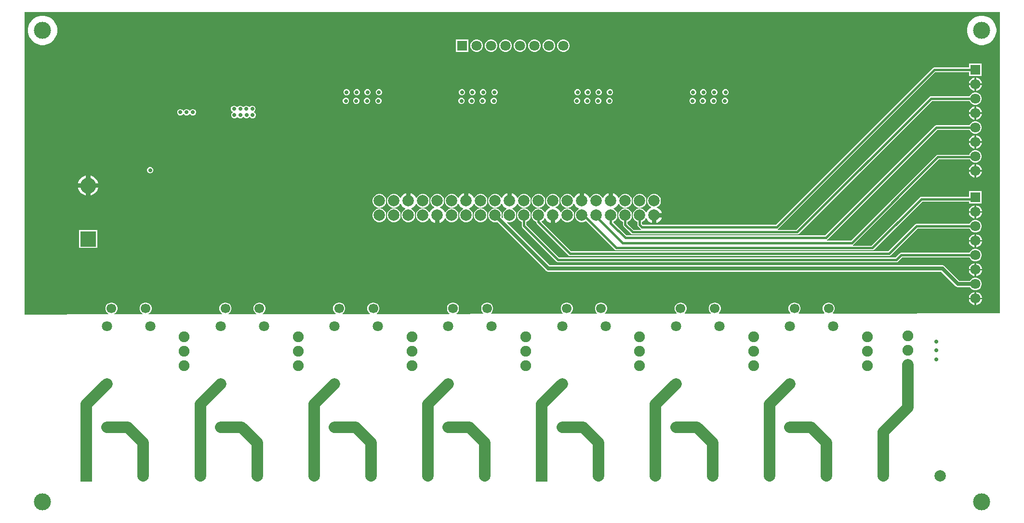
<source format=gbl>
G04*
G04 #@! TF.GenerationSoftware,Altium Limited,Altium Designer,23.3.1 (30)*
G04*
G04 Layer_Physical_Order=4*
G04 Layer_Color=16711680*
%FSLAX44Y44*%
%MOMM*%
G71*
G04*
G04 #@! TF.SameCoordinates,ACB28AF2-BCDA-4B65-85FB-5AC2E94CD4BF*
G04*
G04*
G04 #@! TF.FilePolarity,Positive*
G04*
G01*
G75*
%ADD40C,1.8034*%
%ADD60C,0.7000*%
%ADD62C,2.0000*%
%ADD63R,1.8000X1.8000*%
%ADD64C,1.8000*%
%ADD65C,2.0000*%
%ADD66C,0.5000*%
%ADD67C,3.0000*%
%ADD68C,1.7000*%
%ADD69C,1.9000*%
%ADD70C,2.8000*%
%ADD71R,2.8000X2.8000*%
%ADD72R,1.8000X1.8000*%
%ADD73R,2.0000X2.0000*%
%ADD74C,0.7000*%
%ADD86C,0.4000*%
G36*
X1716941Y367040D02*
X1423836Y366690D01*
X1423309Y367960D01*
X1424505Y369156D01*
X1425888Y371550D01*
X1426603Y374221D01*
Y376985D01*
X1425888Y379656D01*
X1424505Y382050D01*
X1422550Y384005D01*
X1420156Y385387D01*
X1417486Y386103D01*
X1414721D01*
X1412050Y385387D01*
X1409656Y384005D01*
X1407701Y382050D01*
X1406319Y379656D01*
X1405603Y376985D01*
Y374221D01*
X1406319Y371550D01*
X1407701Y369156D01*
X1408915Y367942D01*
X1408389Y366672D01*
X1363764Y366618D01*
X1363237Y367888D01*
X1364505Y369156D01*
X1365888Y371550D01*
X1366603Y374221D01*
Y376985D01*
X1365888Y379656D01*
X1364505Y382050D01*
X1362550Y384005D01*
X1360156Y385387D01*
X1357486Y386103D01*
X1354721D01*
X1352050Y385387D01*
X1349656Y384005D01*
X1347701Y382050D01*
X1346319Y379656D01*
X1345603Y376985D01*
Y374221D01*
X1346319Y371550D01*
X1347701Y369156D01*
X1348987Y367871D01*
X1348461Y366600D01*
X1223596Y366451D01*
X1223070Y367720D01*
X1224505Y369156D01*
X1225888Y371550D01*
X1226603Y374221D01*
Y376985D01*
X1225888Y379656D01*
X1224505Y382050D01*
X1222550Y384005D01*
X1220156Y385387D01*
X1217486Y386103D01*
X1214721D01*
X1212050Y385387D01*
X1209656Y384005D01*
X1207701Y382050D01*
X1206319Y379656D01*
X1205603Y376985D01*
Y374221D01*
X1206319Y371550D01*
X1207701Y369156D01*
X1209154Y367704D01*
X1208628Y366433D01*
X1163524Y366379D01*
X1162998Y367648D01*
X1164505Y369156D01*
X1165888Y371550D01*
X1166603Y374221D01*
Y376985D01*
X1165888Y379656D01*
X1164505Y382050D01*
X1162550Y384005D01*
X1160156Y385387D01*
X1157486Y386103D01*
X1154721D01*
X1152050Y385387D01*
X1149656Y384005D01*
X1147701Y382050D01*
X1146319Y379656D01*
X1145603Y376985D01*
Y374221D01*
X1146319Y371550D01*
X1147701Y369156D01*
X1149225Y367632D01*
X1148700Y366361D01*
X1023227Y366211D01*
X1022830Y367481D01*
X1024505Y369156D01*
X1025888Y371550D01*
X1026603Y374221D01*
Y376985D01*
X1025888Y379656D01*
X1024505Y382050D01*
X1022550Y384005D01*
X1020156Y385387D01*
X1017486Y386103D01*
X1014721D01*
X1012050Y385387D01*
X1009656Y384005D01*
X1007701Y382050D01*
X1006319Y379656D01*
X1005603Y376985D01*
Y374221D01*
X1006319Y371550D01*
X1007701Y369156D01*
X1009392Y367465D01*
X1009021Y366194D01*
X963053Y366139D01*
X962758Y367409D01*
X964505Y369156D01*
X965888Y371550D01*
X966603Y374221D01*
Y376985D01*
X965888Y379656D01*
X964505Y382050D01*
X962550Y384005D01*
X960156Y385387D01*
X957486Y386103D01*
X954721D01*
X952050Y385387D01*
X949656Y384005D01*
X947701Y382050D01*
X946319Y379656D01*
X945603Y376985D01*
Y374221D01*
X946319Y371550D01*
X947701Y369156D01*
X949464Y367393D01*
X949193Y366123D01*
X822875Y365972D01*
X822602Y366988D01*
X822591Y367241D01*
X824505Y369156D01*
X825888Y371550D01*
X826603Y374221D01*
Y376985D01*
X825888Y379656D01*
X824505Y382050D01*
X822550Y384005D01*
X820156Y385387D01*
X817486Y386103D01*
X814721D01*
X812050Y385387D01*
X809656Y384005D01*
X807701Y382050D01*
X806319Y379656D01*
X805603Y376985D01*
Y374221D01*
X806319Y371550D01*
X807701Y369156D01*
X809631Y367226D01*
X809623Y366940D01*
X809360Y365956D01*
X762751Y365900D01*
X762421Y367126D01*
X762550Y367201D01*
X764505Y369156D01*
X765888Y371550D01*
X766603Y374221D01*
Y376985D01*
X765888Y379656D01*
X764505Y382050D01*
X762550Y384005D01*
X760156Y385387D01*
X757486Y386103D01*
X754721D01*
X752050Y385387D01*
X749656Y384005D01*
X747701Y382050D01*
X746319Y379656D01*
X745603Y376985D01*
Y374221D01*
X746319Y371550D01*
X747701Y369156D01*
X749656Y367201D01*
X749812Y367111D01*
X749484Y365884D01*
X622547Y365732D01*
X622206Y367002D01*
X622550Y367201D01*
X624505Y369156D01*
X625888Y371550D01*
X626603Y374221D01*
Y376985D01*
X625888Y379656D01*
X624505Y382050D01*
X622550Y384005D01*
X620156Y385387D01*
X617486Y386103D01*
X614721D01*
X612050Y385387D01*
X609656Y384005D01*
X607701Y382050D01*
X606319Y379656D01*
X605603Y376985D01*
Y374221D01*
X606319Y371550D01*
X607701Y369156D01*
X609656Y367201D01*
X610026Y366987D01*
X609687Y365717D01*
X562422Y365660D01*
X562081Y366930D01*
X562550Y367201D01*
X564505Y369156D01*
X565888Y371550D01*
X566603Y374221D01*
Y376985D01*
X565888Y379656D01*
X564505Y382050D01*
X562550Y384005D01*
X560156Y385387D01*
X557486Y386103D01*
X554721D01*
X552050Y385387D01*
X549656Y384005D01*
X547701Y382050D01*
X546319Y379656D01*
X545603Y376985D01*
Y374221D01*
X546319Y371550D01*
X547701Y369156D01*
X549656Y367201D01*
X550150Y366916D01*
X549811Y365645D01*
X422132Y365493D01*
X421791Y366762D01*
X422550Y367201D01*
X424505Y369156D01*
X425888Y371550D01*
X426603Y374221D01*
Y376985D01*
X425888Y379656D01*
X424505Y382050D01*
X422550Y384005D01*
X420156Y385387D01*
X417486Y386103D01*
X414721D01*
X412050Y385387D01*
X409656Y384005D01*
X407701Y382050D01*
X406319Y379656D01*
X405603Y376985D01*
Y374221D01*
X406319Y371550D01*
X407701Y369156D01*
X409656Y367201D01*
X410439Y366749D01*
X410100Y365478D01*
X362007Y365421D01*
X361666Y366690D01*
X362550Y367201D01*
X364505Y369156D01*
X365888Y371550D01*
X366603Y374221D01*
Y376985D01*
X365888Y379656D01*
X364505Y382050D01*
X362550Y384005D01*
X360156Y385387D01*
X357486Y386103D01*
X354721D01*
X352050Y385387D01*
X349656Y384005D01*
X347701Y382050D01*
X346319Y379656D01*
X345603Y376985D01*
Y374221D01*
X346319Y371550D01*
X347701Y369156D01*
X349656Y367201D01*
X350564Y366677D01*
X350224Y365407D01*
X221717Y365253D01*
X221376Y366523D01*
X222550Y367201D01*
X224505Y369156D01*
X225888Y371550D01*
X226603Y374221D01*
Y376985D01*
X225888Y379656D01*
X224505Y382050D01*
X222550Y384005D01*
X220156Y385387D01*
X217486Y386103D01*
X214721D01*
X212050Y385387D01*
X209656Y384005D01*
X207701Y382050D01*
X206319Y379656D01*
X205603Y376985D01*
Y374221D01*
X206319Y371550D01*
X207701Y369156D01*
X209656Y367201D01*
X210853Y366510D01*
X210513Y365240D01*
X161592Y365181D01*
X161251Y366451D01*
X162550Y367201D01*
X164505Y369156D01*
X165888Y371550D01*
X166603Y374221D01*
Y376985D01*
X165888Y379656D01*
X164505Y382050D01*
X162550Y384005D01*
X160156Y385387D01*
X157486Y386103D01*
X154721D01*
X152050Y385387D01*
X149656Y384005D01*
X147701Y382050D01*
X146319Y379656D01*
X145603Y376985D01*
Y374221D01*
X146319Y371550D01*
X147701Y369156D01*
X149656Y367201D01*
X150977Y366438D01*
X150637Y365168D01*
X3957Y364993D01*
X3059Y365890D01*
Y896941D01*
X1716941D01*
Y367040D01*
D02*
G37*
%LPC*%
G36*
X1687540Y890790D02*
X1682460D01*
X1677477Y889799D01*
X1672784Y887855D01*
X1668560Y885033D01*
X1664967Y881440D01*
X1662145Y877216D01*
X1660201Y872523D01*
X1659210Y867540D01*
Y862460D01*
X1660201Y857477D01*
X1662145Y852784D01*
X1664967Y848560D01*
X1668560Y844967D01*
X1672784Y842145D01*
X1677477Y840201D01*
X1682460Y839210D01*
X1687540D01*
X1692523Y840201D01*
X1697216Y842145D01*
X1701440Y844967D01*
X1705033Y848560D01*
X1707855Y852784D01*
X1709799Y857477D01*
X1710790Y862460D01*
Y867540D01*
X1709799Y872523D01*
X1707855Y877216D01*
X1705033Y881440D01*
X1701440Y885033D01*
X1697216Y887855D01*
X1692523Y889799D01*
X1687540Y890790D01*
D02*
G37*
G36*
X37540D02*
X32460D01*
X27477Y889799D01*
X22784Y887855D01*
X18560Y885033D01*
X14967Y881440D01*
X12145Y877216D01*
X10201Y872523D01*
X9210Y867540D01*
Y862460D01*
X10201Y857477D01*
X12145Y852784D01*
X14967Y848560D01*
X18560Y844967D01*
X22784Y842145D01*
X27477Y840201D01*
X32460Y839210D01*
X37540D01*
X42523Y840201D01*
X47216Y842145D01*
X51440Y844967D01*
X55033Y848560D01*
X57855Y852784D01*
X59799Y857477D01*
X60790Y862460D01*
Y867540D01*
X59799Y872523D01*
X57855Y877216D01*
X55033Y881440D01*
X51440Y885033D01*
X47216Y887855D01*
X42523Y889799D01*
X37540Y890790D01*
D02*
G37*
G36*
X951648Y849000D02*
X948752D01*
X945954Y848250D01*
X943446Y846802D01*
X941398Y844754D01*
X939950Y842246D01*
X939200Y839448D01*
Y836552D01*
X939950Y833754D01*
X941398Y831246D01*
X943446Y829198D01*
X945954Y827750D01*
X948752Y827000D01*
X951648D01*
X954446Y827750D01*
X956954Y829198D01*
X959002Y831246D01*
X960450Y833754D01*
X961200Y836552D01*
Y839448D01*
X960450Y842246D01*
X959002Y844754D01*
X956954Y846802D01*
X954446Y848250D01*
X951648Y849000D01*
D02*
G37*
G36*
X926248D02*
X923352D01*
X920554Y848250D01*
X918046Y846802D01*
X915998Y844754D01*
X914550Y842246D01*
X913800Y839448D01*
Y836552D01*
X914550Y833754D01*
X915998Y831246D01*
X918046Y829198D01*
X920554Y827750D01*
X923352Y827000D01*
X926248D01*
X929046Y827750D01*
X931554Y829198D01*
X933602Y831246D01*
X935050Y833754D01*
X935800Y836552D01*
Y839448D01*
X935050Y842246D01*
X933602Y844754D01*
X931554Y846802D01*
X929046Y848250D01*
X926248Y849000D01*
D02*
G37*
G36*
X900848D02*
X897952D01*
X895154Y848250D01*
X892646Y846802D01*
X890598Y844754D01*
X889150Y842246D01*
X888400Y839448D01*
Y836552D01*
X889150Y833754D01*
X890598Y831246D01*
X892646Y829198D01*
X895154Y827750D01*
X897952Y827000D01*
X900848D01*
X903646Y827750D01*
X906154Y829198D01*
X908202Y831246D01*
X909650Y833754D01*
X910400Y836552D01*
Y839448D01*
X909650Y842246D01*
X908202Y844754D01*
X906154Y846802D01*
X903646Y848250D01*
X900848Y849000D01*
D02*
G37*
G36*
X875448D02*
X872552D01*
X869754Y848250D01*
X867246Y846802D01*
X865198Y844754D01*
X863750Y842246D01*
X863000Y839448D01*
Y836552D01*
X863750Y833754D01*
X865198Y831246D01*
X867246Y829198D01*
X869754Y827750D01*
X872552Y827000D01*
X875448D01*
X878246Y827750D01*
X880754Y829198D01*
X882802Y831246D01*
X884250Y833754D01*
X885000Y836552D01*
Y839448D01*
X884250Y842246D01*
X882802Y844754D01*
X880754Y846802D01*
X878246Y848250D01*
X875448Y849000D01*
D02*
G37*
G36*
X850048D02*
X847152D01*
X844354Y848250D01*
X841846Y846802D01*
X839798Y844754D01*
X838350Y842246D01*
X837600Y839448D01*
Y836552D01*
X838350Y833754D01*
X839798Y831246D01*
X841846Y829198D01*
X844354Y827750D01*
X847152Y827000D01*
X850048D01*
X852846Y827750D01*
X855354Y829198D01*
X857402Y831246D01*
X858850Y833754D01*
X859600Y836552D01*
Y839448D01*
X858850Y842246D01*
X857402Y844754D01*
X855354Y846802D01*
X852846Y848250D01*
X850048Y849000D01*
D02*
G37*
G36*
X824648D02*
X821752D01*
X818954Y848250D01*
X816446Y846802D01*
X814398Y844754D01*
X812950Y842246D01*
X812200Y839448D01*
Y836552D01*
X812950Y833754D01*
X814398Y831246D01*
X816446Y829198D01*
X818954Y827750D01*
X821752Y827000D01*
X824648D01*
X827446Y827750D01*
X829954Y829198D01*
X832002Y831246D01*
X833450Y833754D01*
X834200Y836552D01*
Y839448D01*
X833450Y842246D01*
X832002Y844754D01*
X829954Y846802D01*
X827446Y848250D01*
X824648Y849000D01*
D02*
G37*
G36*
X799248D02*
X796352D01*
X793554Y848250D01*
X791046Y846802D01*
X788998Y844754D01*
X787550Y842246D01*
X786800Y839448D01*
Y836552D01*
X787550Y833754D01*
X788998Y831246D01*
X791046Y829198D01*
X793554Y827750D01*
X796352Y827000D01*
X799248D01*
X802046Y827750D01*
X804554Y829198D01*
X806602Y831246D01*
X808050Y833754D01*
X808800Y836552D01*
Y839448D01*
X808050Y842246D01*
X806602Y844754D01*
X804554Y846802D01*
X802046Y848250D01*
X799248Y849000D01*
D02*
G37*
G36*
X783400D02*
X761400D01*
Y827000D01*
X783400D01*
Y849000D01*
D02*
G37*
G36*
X1685000Y806600D02*
X1663000D01*
Y799678D01*
X1601600D01*
X1601600Y799678D01*
X1600039Y799368D01*
X1598716Y798484D01*
X1598716Y798484D01*
X1323311Y523078D01*
X1089689D01*
X1088082Y524686D01*
Y528273D01*
X1088635Y528421D01*
X1091372Y530001D01*
X1093606Y532235D01*
X1094947Y534557D01*
X1096297Y534425D01*
X1096357Y534199D01*
X1098201Y531007D01*
X1100807Y528400D01*
X1103999Y526557D01*
X1105403Y526181D01*
Y539603D01*
X1109403D01*
Y543603D01*
X1122825D01*
X1122449Y545007D01*
X1120606Y548199D01*
X1117999Y550806D01*
X1114807Y552649D01*
X1114582Y552709D01*
X1114449Y554060D01*
X1116771Y555401D01*
X1119006Y557635D01*
X1120585Y560371D01*
X1121403Y563423D01*
Y566583D01*
X1120585Y569635D01*
X1119006Y572371D01*
X1116771Y574605D01*
X1114035Y576185D01*
X1110983Y577003D01*
X1107823D01*
X1104771Y576185D01*
X1102035Y574605D01*
X1099801Y572371D01*
X1098221Y569635D01*
X1097403Y566583D01*
Y563423D01*
X1098221Y560371D01*
X1099801Y557635D01*
X1102035Y555401D01*
X1104358Y554060D01*
X1104225Y552709D01*
X1103999Y552649D01*
X1100807Y550806D01*
X1098201Y548199D01*
X1096357Y545007D01*
X1096297Y544781D01*
X1094947Y544649D01*
X1093606Y546971D01*
X1091372Y549205D01*
X1088635Y550785D01*
X1085583Y551603D01*
X1082423D01*
X1079371Y550785D01*
X1076635Y549205D01*
X1074401Y546971D01*
X1072821Y544235D01*
X1072003Y541183D01*
Y538023D01*
X1072821Y534971D01*
X1074401Y532235D01*
X1076635Y530001D01*
X1079371Y528421D01*
X1079925Y528273D01*
Y522997D01*
X1079925Y522997D01*
X1080235Y521436D01*
X1081120Y520113D01*
X1085116Y516116D01*
X1086265Y515348D01*
X1086243Y514645D01*
X1086054Y514078D01*
X1073689D01*
X1062682Y525086D01*
Y528273D01*
X1063235Y528421D01*
X1065972Y530001D01*
X1068206Y532235D01*
X1069786Y534971D01*
X1070603Y538023D01*
Y541183D01*
X1069786Y544235D01*
X1068206Y546971D01*
X1065972Y549205D01*
X1063235Y550785D01*
X1060183Y551603D01*
X1057023D01*
X1053971Y550785D01*
X1051235Y549205D01*
X1049001Y546971D01*
X1047421Y544235D01*
X1046603Y541183D01*
Y538023D01*
X1047421Y534971D01*
X1049001Y532235D01*
X1051235Y530001D01*
X1053971Y528421D01*
X1054525Y528273D01*
Y523397D01*
X1054525Y523397D01*
X1054835Y521836D01*
X1055720Y520513D01*
X1069116Y507116D01*
X1069116Y507116D01*
X1070439Y506232D01*
X1072000Y505922D01*
X1072000Y505922D01*
X1361000D01*
X1361000Y505922D01*
X1362561Y506232D01*
X1363884Y507116D01*
X1597689Y740922D01*
X1663651D01*
X1663750Y740554D01*
X1665198Y738046D01*
X1667246Y735998D01*
X1669754Y734550D01*
X1672552Y733800D01*
X1675448D01*
X1678246Y734550D01*
X1680754Y735998D01*
X1682802Y738046D01*
X1684250Y740554D01*
X1685000Y743352D01*
Y746248D01*
X1684250Y749046D01*
X1682802Y751554D01*
X1680754Y753602D01*
X1678246Y755050D01*
X1675448Y755800D01*
X1672552D01*
X1669754Y755050D01*
X1667246Y753602D01*
X1665198Y751554D01*
X1663768Y749078D01*
X1596000D01*
X1596000Y749078D01*
X1594439Y748768D01*
X1593116Y747884D01*
X1359311Y514078D01*
X1326946D01*
X1326757Y514645D01*
X1326735Y515348D01*
X1327884Y516116D01*
X1603289Y791522D01*
X1663000D01*
Y784600D01*
X1685000D01*
Y806600D01*
D02*
G37*
G36*
X1675519Y781740D02*
X1675500D01*
Y771700D01*
X1685540D01*
Y771719D01*
X1684754Y774654D01*
X1683234Y777286D01*
X1681086Y779434D01*
X1678454Y780954D01*
X1675519Y781740D01*
D02*
G37*
G36*
X1672500D02*
X1672481D01*
X1669546Y780954D01*
X1666914Y779434D01*
X1664766Y777286D01*
X1663246Y774654D01*
X1662460Y771719D01*
Y771700D01*
X1672500D01*
Y781740D01*
D02*
G37*
G36*
X1685540Y768700D02*
X1675500D01*
Y758660D01*
X1675519D01*
X1678454Y759446D01*
X1681086Y760966D01*
X1683234Y763114D01*
X1684754Y765746D01*
X1685540Y768681D01*
Y768700D01*
D02*
G37*
G36*
X1672500D02*
X1662460D01*
Y768681D01*
X1663246Y765746D01*
X1664766Y763114D01*
X1666914Y760966D01*
X1669546Y759446D01*
X1672481Y758660D01*
X1672500D01*
Y768700D01*
D02*
G37*
G36*
X1236094Y761500D02*
X1233906D01*
X1231885Y760663D01*
X1230337Y759116D01*
X1229500Y757094D01*
Y754906D01*
X1230337Y752885D01*
X1231885Y751337D01*
X1233906Y750500D01*
X1236094D01*
X1238115Y751337D01*
X1239663Y752885D01*
X1240500Y754906D01*
Y757094D01*
X1239663Y759116D01*
X1238115Y760663D01*
X1236094Y761500D01*
D02*
G37*
G36*
X1216094D02*
X1213906D01*
X1211885Y760663D01*
X1210337Y759116D01*
X1209500Y757094D01*
Y754906D01*
X1210337Y752885D01*
X1211885Y751337D01*
X1213906Y750500D01*
X1216094D01*
X1218115Y751337D01*
X1219663Y752885D01*
X1220500Y754906D01*
Y757094D01*
X1219663Y759116D01*
X1218115Y760663D01*
X1216094Y761500D01*
D02*
G37*
G36*
X1197094D02*
X1194906D01*
X1192885Y760663D01*
X1191337Y759116D01*
X1190500Y757094D01*
Y754906D01*
X1191337Y752885D01*
X1192885Y751337D01*
X1194906Y750500D01*
X1197094D01*
X1199116Y751337D01*
X1200663Y752885D01*
X1201500Y754906D01*
Y757094D01*
X1200663Y759116D01*
X1199116Y760663D01*
X1197094Y761500D01*
D02*
G37*
G36*
X1179094D02*
X1176906D01*
X1174884Y760663D01*
X1173337Y759116D01*
X1172500Y757094D01*
Y754906D01*
X1173337Y752885D01*
X1174884Y751337D01*
X1176906Y750500D01*
X1179094D01*
X1181115Y751337D01*
X1182663Y752885D01*
X1183500Y754906D01*
Y757094D01*
X1182663Y759116D01*
X1181115Y760663D01*
X1179094Y761500D01*
D02*
G37*
G36*
X1033094D02*
X1030906D01*
X1028885Y760663D01*
X1027337Y759116D01*
X1026500Y757094D01*
Y754906D01*
X1027337Y752885D01*
X1028885Y751337D01*
X1030906Y750500D01*
X1033094D01*
X1035116Y751337D01*
X1036663Y752885D01*
X1037500Y754906D01*
Y757094D01*
X1036663Y759116D01*
X1035116Y760663D01*
X1033094Y761500D01*
D02*
G37*
G36*
X1013094D02*
X1010906D01*
X1008885Y760663D01*
X1007337Y759116D01*
X1006500Y757094D01*
Y754906D01*
X1007337Y752885D01*
X1008885Y751337D01*
X1010906Y750500D01*
X1013094D01*
X1015116Y751337D01*
X1016663Y752885D01*
X1017500Y754906D01*
Y757094D01*
X1016663Y759116D01*
X1015116Y760663D01*
X1013094Y761500D01*
D02*
G37*
G36*
X994094D02*
X991906D01*
X989884Y760663D01*
X988337Y759116D01*
X987500Y757094D01*
Y754906D01*
X988337Y752885D01*
X989884Y751337D01*
X991906Y750500D01*
X994094D01*
X996115Y751337D01*
X997663Y752885D01*
X998500Y754906D01*
Y757094D01*
X997663Y759116D01*
X996115Y760663D01*
X994094Y761500D01*
D02*
G37*
G36*
X976094D02*
X973906D01*
X971885Y760663D01*
X970337Y759116D01*
X969500Y757094D01*
Y754906D01*
X970337Y752885D01*
X971885Y751337D01*
X973906Y750500D01*
X976094D01*
X978115Y751337D01*
X979663Y752885D01*
X980500Y754906D01*
Y757094D01*
X979663Y759116D01*
X978115Y760663D01*
X976094Y761500D01*
D02*
G37*
G36*
X830094D02*
X827906D01*
X825884Y760663D01*
X824337Y759116D01*
X823500Y757094D01*
Y754906D01*
X824337Y752885D01*
X825884Y751337D01*
X827906Y750500D01*
X830094D01*
X832115Y751337D01*
X833663Y752885D01*
X834500Y754906D01*
Y757094D01*
X833663Y759116D01*
X832115Y760663D01*
X830094Y761500D01*
D02*
G37*
G36*
X810094D02*
X807906D01*
X805884Y760663D01*
X804337Y759116D01*
X803500Y757094D01*
Y754906D01*
X804337Y752885D01*
X805884Y751337D01*
X807906Y750500D01*
X810094D01*
X812115Y751337D01*
X813663Y752885D01*
X814500Y754906D01*
Y757094D01*
X813663Y759116D01*
X812115Y760663D01*
X810094Y761500D01*
D02*
G37*
G36*
X791094D02*
X788906D01*
X786885Y760663D01*
X785337Y759116D01*
X784500Y757094D01*
Y754906D01*
X785337Y752885D01*
X786885Y751337D01*
X788906Y750500D01*
X791094D01*
X793115Y751337D01*
X794663Y752885D01*
X795500Y754906D01*
Y757094D01*
X794663Y759116D01*
X793115Y760663D01*
X791094Y761500D01*
D02*
G37*
G36*
X773094D02*
X770906D01*
X768885Y760663D01*
X767337Y759116D01*
X766500Y757094D01*
Y754906D01*
X767337Y752885D01*
X768885Y751337D01*
X770906Y750500D01*
X773094D01*
X775116Y751337D01*
X776663Y752885D01*
X777500Y754906D01*
Y757094D01*
X776663Y759116D01*
X775116Y760663D01*
X773094Y761500D01*
D02*
G37*
G36*
X627094D02*
X624906D01*
X622884Y760663D01*
X621337Y759116D01*
X620500Y757094D01*
Y754906D01*
X621337Y752885D01*
X622884Y751337D01*
X624906Y750500D01*
X627094D01*
X629115Y751337D01*
X630663Y752885D01*
X631500Y754906D01*
Y757094D01*
X630663Y759116D01*
X629115Y760663D01*
X627094Y761500D01*
D02*
G37*
G36*
X607094D02*
X604906D01*
X602884Y760663D01*
X601337Y759116D01*
X600500Y757094D01*
Y754906D01*
X601337Y752885D01*
X602884Y751337D01*
X604906Y750500D01*
X607094D01*
X609115Y751337D01*
X610663Y752885D01*
X611500Y754906D01*
Y757094D01*
X610663Y759116D01*
X609115Y760663D01*
X607094Y761500D01*
D02*
G37*
G36*
X588094D02*
X585906D01*
X583885Y760663D01*
X582337Y759116D01*
X581500Y757094D01*
Y754906D01*
X582337Y752885D01*
X583885Y751337D01*
X585906Y750500D01*
X588094D01*
X590116Y751337D01*
X591663Y752885D01*
X592500Y754906D01*
Y757094D01*
X591663Y759116D01*
X590116Y760663D01*
X588094Y761500D01*
D02*
G37*
G36*
X570094D02*
X567906D01*
X565885Y760663D01*
X564337Y759116D01*
X563500Y757094D01*
Y754906D01*
X564337Y752885D01*
X565885Y751337D01*
X567906Y750500D01*
X570094D01*
X572116Y751337D01*
X573663Y752885D01*
X574500Y754906D01*
Y757094D01*
X573663Y759116D01*
X572116Y760663D01*
X570094Y761500D01*
D02*
G37*
G36*
X1235094Y746500D02*
X1232906D01*
X1230884Y745663D01*
X1229337Y744116D01*
X1228500Y742094D01*
Y739906D01*
X1229337Y737885D01*
X1230884Y736337D01*
X1232906Y735500D01*
X1235094D01*
X1237115Y736337D01*
X1238663Y737885D01*
X1239500Y739906D01*
Y742094D01*
X1238663Y744116D01*
X1237115Y745663D01*
X1235094Y746500D01*
D02*
G37*
G36*
X1215094D02*
X1212906D01*
X1210884Y745663D01*
X1209337Y744116D01*
X1208500Y742094D01*
Y739906D01*
X1209337Y737885D01*
X1210884Y736337D01*
X1212906Y735500D01*
X1215094D01*
X1217115Y736337D01*
X1218663Y737885D01*
X1219500Y739906D01*
Y742094D01*
X1218663Y744116D01*
X1217115Y745663D01*
X1215094Y746500D01*
D02*
G37*
G36*
X1196094D02*
X1193906D01*
X1191885Y745663D01*
X1190337Y744116D01*
X1189500Y742094D01*
Y739906D01*
X1190337Y737885D01*
X1191885Y736337D01*
X1193906Y735500D01*
X1196094D01*
X1198115Y736337D01*
X1199663Y737885D01*
X1200500Y739906D01*
Y742094D01*
X1199663Y744116D01*
X1198115Y745663D01*
X1196094Y746500D01*
D02*
G37*
G36*
X1178094D02*
X1175906D01*
X1173885Y745663D01*
X1172337Y744116D01*
X1171500Y742094D01*
Y739906D01*
X1172337Y737885D01*
X1173885Y736337D01*
X1175906Y735500D01*
X1178094D01*
X1180116Y736337D01*
X1181663Y737885D01*
X1182500Y739906D01*
Y742094D01*
X1181663Y744116D01*
X1180116Y745663D01*
X1178094Y746500D01*
D02*
G37*
G36*
X1032094D02*
X1029906D01*
X1027885Y745663D01*
X1026337Y744116D01*
X1025500Y742094D01*
Y739906D01*
X1026337Y737885D01*
X1027885Y736337D01*
X1029906Y735500D01*
X1032094D01*
X1034116Y736337D01*
X1035663Y737885D01*
X1036500Y739906D01*
Y742094D01*
X1035663Y744116D01*
X1034116Y745663D01*
X1032094Y746500D01*
D02*
G37*
G36*
X1012094D02*
X1009906D01*
X1007885Y745663D01*
X1006337Y744116D01*
X1005500Y742094D01*
Y739906D01*
X1006337Y737885D01*
X1007885Y736337D01*
X1009906Y735500D01*
X1012094D01*
X1014116Y736337D01*
X1015663Y737885D01*
X1016500Y739906D01*
Y742094D01*
X1015663Y744116D01*
X1014116Y745663D01*
X1012094Y746500D01*
D02*
G37*
G36*
X993094D02*
X990906D01*
X988885Y745663D01*
X987337Y744116D01*
X986500Y742094D01*
Y739906D01*
X987337Y737885D01*
X988885Y736337D01*
X990906Y735500D01*
X993094D01*
X995116Y736337D01*
X996663Y737885D01*
X997500Y739906D01*
Y742094D01*
X996663Y744116D01*
X995116Y745663D01*
X993094Y746500D01*
D02*
G37*
G36*
X975094D02*
X972906D01*
X970884Y745663D01*
X969337Y744116D01*
X968500Y742094D01*
Y739906D01*
X969337Y737885D01*
X970884Y736337D01*
X972906Y735500D01*
X975094D01*
X977115Y736337D01*
X978663Y737885D01*
X979500Y739906D01*
Y742094D01*
X978663Y744116D01*
X977115Y745663D01*
X975094Y746500D01*
D02*
G37*
G36*
X829094D02*
X826906D01*
X824884Y745663D01*
X823337Y744116D01*
X822500Y742094D01*
Y739906D01*
X823337Y737885D01*
X824884Y736337D01*
X826906Y735500D01*
X829094D01*
X831115Y736337D01*
X832663Y737885D01*
X833500Y739906D01*
Y742094D01*
X832663Y744116D01*
X831115Y745663D01*
X829094Y746500D01*
D02*
G37*
G36*
X809094D02*
X806906D01*
X804884Y745663D01*
X803337Y744116D01*
X802500Y742094D01*
Y739906D01*
X803337Y737885D01*
X804884Y736337D01*
X806906Y735500D01*
X809094D01*
X811115Y736337D01*
X812663Y737885D01*
X813500Y739906D01*
Y742094D01*
X812663Y744116D01*
X811115Y745663D01*
X809094Y746500D01*
D02*
G37*
G36*
X790094D02*
X787906D01*
X785884Y745663D01*
X784337Y744116D01*
X783500Y742094D01*
Y739906D01*
X784337Y737885D01*
X785884Y736337D01*
X787906Y735500D01*
X790094D01*
X792115Y736337D01*
X793663Y737885D01*
X794500Y739906D01*
Y742094D01*
X793663Y744116D01*
X792115Y745663D01*
X790094Y746500D01*
D02*
G37*
G36*
X772094D02*
X769906D01*
X767885Y745663D01*
X766337Y744116D01*
X765500Y742094D01*
Y739906D01*
X766337Y737885D01*
X767885Y736337D01*
X769906Y735500D01*
X772094D01*
X774116Y736337D01*
X775663Y737885D01*
X776500Y739906D01*
Y742094D01*
X775663Y744116D01*
X774116Y745663D01*
X772094Y746500D01*
D02*
G37*
G36*
X626094D02*
X623906D01*
X621884Y745663D01*
X620337Y744116D01*
X619500Y742094D01*
Y739906D01*
X620337Y737885D01*
X621884Y736337D01*
X623906Y735500D01*
X626094D01*
X628116Y736337D01*
X629663Y737885D01*
X630500Y739906D01*
Y742094D01*
X629663Y744116D01*
X628116Y745663D01*
X626094Y746500D01*
D02*
G37*
G36*
X606094D02*
X603906D01*
X601884Y745663D01*
X600337Y744116D01*
X599500Y742094D01*
Y739906D01*
X600337Y737885D01*
X601884Y736337D01*
X603906Y735500D01*
X606094D01*
X608116Y736337D01*
X609663Y737885D01*
X610500Y739906D01*
Y742094D01*
X609663Y744116D01*
X608116Y745663D01*
X606094Y746500D01*
D02*
G37*
G36*
X587094D02*
X584906D01*
X582884Y745663D01*
X581337Y744116D01*
X580500Y742094D01*
Y739906D01*
X581337Y737885D01*
X582884Y736337D01*
X584906Y735500D01*
X587094D01*
X589115Y736337D01*
X590663Y737885D01*
X591500Y739906D01*
Y742094D01*
X590663Y744116D01*
X589115Y745663D01*
X587094Y746500D01*
D02*
G37*
G36*
X569094D02*
X566906D01*
X564884Y745663D01*
X563337Y744116D01*
X562500Y742094D01*
Y739906D01*
X563337Y737885D01*
X564884Y736337D01*
X566906Y735500D01*
X569094D01*
X571115Y736337D01*
X572663Y737885D01*
X573500Y739906D01*
Y742094D01*
X572663Y744116D01*
X571115Y745663D01*
X569094Y746500D01*
D02*
G37*
G36*
X404761Y732500D02*
X402573D01*
X400551Y731663D01*
X399004Y730115D01*
X398968Y730029D01*
X397698D01*
X397663Y730115D01*
X396115Y731663D01*
X394094Y732500D01*
X391906D01*
X389884Y731663D01*
X388337Y730115D01*
X388302Y730029D01*
X387032D01*
X386996Y730115D01*
X385449Y731663D01*
X383427Y732500D01*
X381239D01*
X379218Y731663D01*
X377671Y730115D01*
X377635Y730029D01*
X376365D01*
X376329Y730115D01*
X374782Y731663D01*
X372761Y732500D01*
X370573D01*
X368551Y731663D01*
X367004Y730115D01*
X366167Y728094D01*
Y725906D01*
X367004Y723884D01*
X368551Y722337D01*
X369080Y722118D01*
Y720744D01*
X368885Y720663D01*
X367337Y719115D01*
X366500Y717094D01*
Y714906D01*
X367337Y712885D01*
X368885Y711337D01*
X370906Y710500D01*
X373094D01*
X375116Y711337D01*
X376663Y712885D01*
X376698Y712971D01*
X377968D01*
X378004Y712885D01*
X379551Y711337D01*
X381573Y710500D01*
X383761D01*
X385782Y711337D01*
X387329Y712885D01*
X387365Y712971D01*
X388635D01*
X388671Y712885D01*
X390218Y711337D01*
X392239Y710500D01*
X394427D01*
X396449Y711337D01*
X397996Y712885D01*
X398032Y712971D01*
X399302D01*
X399337Y712885D01*
X400885Y711337D01*
X402906Y710500D01*
X405094D01*
X407116Y711337D01*
X408663Y712885D01*
X409500Y714906D01*
Y717094D01*
X408663Y719115D01*
X407116Y720663D01*
X406587Y720882D01*
Y722256D01*
X406782Y722337D01*
X408329Y723884D01*
X409167Y725906D01*
Y728094D01*
X408329Y730115D01*
X406782Y731663D01*
X404761Y732500D01*
D02*
G37*
G36*
X300094Y726500D02*
X297906D01*
X295884Y725663D01*
X294337Y724115D01*
X294187Y723753D01*
X292813D01*
X292663Y724115D01*
X291115Y725663D01*
X289094Y726500D01*
X286906D01*
X284884Y725663D01*
X283337Y724115D01*
X283187Y723753D01*
X281813D01*
X281663Y724115D01*
X280116Y725663D01*
X278094Y726500D01*
X275906D01*
X273885Y725663D01*
X272337Y724115D01*
X271500Y722094D01*
Y719906D01*
X272337Y717884D01*
X273885Y716337D01*
X275906Y715500D01*
X278094D01*
X280116Y716337D01*
X281663Y717884D01*
X281813Y718247D01*
X283187D01*
X283337Y717884D01*
X284884Y716337D01*
X286906Y715500D01*
X289094D01*
X291115Y716337D01*
X292663Y717884D01*
X292813Y718247D01*
X294187D01*
X294337Y717884D01*
X295884Y716337D01*
X297906Y715500D01*
X300094D01*
X302115Y716337D01*
X303663Y717884D01*
X304500Y719906D01*
Y722094D01*
X303663Y724115D01*
X302115Y725663D01*
X300094Y726500D01*
D02*
G37*
G36*
X1675519Y730940D02*
X1675500D01*
Y720900D01*
X1685540D01*
Y720919D01*
X1684754Y723854D01*
X1683234Y726486D01*
X1681086Y728634D01*
X1678454Y730154D01*
X1675519Y730940D01*
D02*
G37*
G36*
X1672500D02*
X1672481D01*
X1669546Y730154D01*
X1666914Y728634D01*
X1664766Y726486D01*
X1663246Y723854D01*
X1662460Y720919D01*
Y720900D01*
X1672500D01*
Y730940D01*
D02*
G37*
G36*
X1685540Y717900D02*
X1675500D01*
Y707860D01*
X1675519D01*
X1678454Y708646D01*
X1681086Y710166D01*
X1683234Y712314D01*
X1684754Y714946D01*
X1685540Y717881D01*
Y717900D01*
D02*
G37*
G36*
X1672500D02*
X1662460D01*
Y717881D01*
X1663246Y714946D01*
X1664766Y712314D01*
X1666914Y710166D01*
X1669546Y708646D01*
X1672481Y707860D01*
X1672500D01*
Y717900D01*
D02*
G37*
G36*
X1675448Y705000D02*
X1672552D01*
X1669754Y704250D01*
X1667246Y702802D01*
X1665198Y700754D01*
X1663750Y698246D01*
X1663705Y698078D01*
X1605000D01*
X1603439Y697768D01*
X1602116Y696884D01*
X1602116Y696884D01*
X1409311Y504078D01*
X1060689D01*
X1037698Y527069D01*
X1037788Y527960D01*
X1037942Y528483D01*
X1040572Y530001D01*
X1042806Y532235D01*
X1044386Y534971D01*
X1045203Y538023D01*
Y541183D01*
X1044386Y544235D01*
X1042806Y546971D01*
X1040572Y549205D01*
X1038249Y550546D01*
X1038382Y551897D01*
X1038607Y551957D01*
X1041799Y553800D01*
X1044406Y556407D01*
X1046249Y559599D01*
X1046310Y559824D01*
X1047660Y559957D01*
X1049001Y557635D01*
X1051235Y555401D01*
X1053971Y553821D01*
X1057023Y553003D01*
X1060183D01*
X1063235Y553821D01*
X1065972Y555401D01*
X1068206Y557635D01*
X1069786Y560371D01*
X1070603Y563423D01*
Y566583D01*
X1069786Y569635D01*
X1068206Y572371D01*
X1065972Y574605D01*
X1063235Y576185D01*
X1060183Y577003D01*
X1057023D01*
X1053971Y576185D01*
X1051235Y574605D01*
X1049001Y572371D01*
X1047660Y570049D01*
X1046310Y570182D01*
X1046249Y570407D01*
X1044406Y573599D01*
X1041799Y576206D01*
X1038607Y578049D01*
X1037203Y578425D01*
Y565003D01*
X1029203D01*
Y578425D01*
X1027800Y578049D01*
X1024607Y576206D01*
X1022001Y573599D01*
X1020157Y570407D01*
X1020097Y570182D01*
X1018747Y570049D01*
X1017406Y572371D01*
X1015172Y574605D01*
X1012435Y576185D01*
X1009383Y577003D01*
X1006224D01*
X1003171Y576185D01*
X1000435Y574605D01*
X998201Y572371D01*
X996860Y570049D01*
X995510Y570182D01*
X995449Y570407D01*
X993606Y573599D01*
X991000Y576206D01*
X987807Y578049D01*
X986403Y578425D01*
Y565003D01*
X978403D01*
Y578425D01*
X977000Y578049D01*
X973807Y576206D01*
X971200Y573599D01*
X969357Y570407D01*
X969297Y570182D01*
X967947Y570049D01*
X966606Y572371D01*
X964371Y574605D01*
X961635Y576185D01*
X958583Y577003D01*
X955424D01*
X952372Y576185D01*
X949635Y574605D01*
X947401Y572371D01*
X945821Y569635D01*
X945003Y566583D01*
Y563423D01*
X945821Y560371D01*
X947401Y557635D01*
X949635Y555401D01*
X952372Y553821D01*
X955424Y553003D01*
X958583D01*
X961635Y553821D01*
X964371Y555401D01*
X966606Y557635D01*
X967947Y559957D01*
X969297Y559824D01*
X969357Y559599D01*
X971200Y556407D01*
X973807Y553800D01*
X977000Y551957D01*
X977225Y551897D01*
X977358Y550546D01*
X975035Y549205D01*
X972801Y546971D01*
X971221Y544235D01*
X970403Y541183D01*
Y538023D01*
X971221Y534971D01*
X972801Y532235D01*
X975035Y530001D01*
X977772Y528421D01*
X980824Y527603D01*
X983983D01*
X987035Y528421D01*
X989429Y529803D01*
X1040116Y479116D01*
X1041439Y478232D01*
X1043000Y477922D01*
X1043000Y477922D01*
X1493000D01*
X1493000Y477922D01*
X1494561Y478232D01*
X1495884Y479116D01*
X1580689Y563922D01*
X1663000D01*
Y560000D01*
X1685000D01*
Y582000D01*
X1663000D01*
Y572078D01*
X1579000D01*
X1577439Y571768D01*
X1576116Y570884D01*
X1576116Y570884D01*
X1491311Y486078D01*
X1458946D01*
X1458757Y486645D01*
X1458735Y487348D01*
X1459884Y488116D01*
X1609689Y637922D01*
X1664346D01*
X1665198Y636446D01*
X1667246Y634398D01*
X1669754Y632950D01*
X1672552Y632200D01*
X1675448D01*
X1678246Y632950D01*
X1680754Y634398D01*
X1682802Y636446D01*
X1684250Y638954D01*
X1685000Y641752D01*
Y644648D01*
X1684250Y647446D01*
X1682802Y649954D01*
X1680754Y652002D01*
X1678246Y653450D01*
X1675448Y654200D01*
X1672552D01*
X1669754Y653450D01*
X1667246Y652002D01*
X1665198Y649954D01*
X1663750Y647446D01*
X1663383Y646078D01*
X1608000D01*
X1608000Y646078D01*
X1606439Y645768D01*
X1605116Y644884D01*
X1605116Y644884D01*
X1455311Y495078D01*
X1412946D01*
X1412757Y495644D01*
X1412735Y496348D01*
X1413884Y497116D01*
X1606689Y689922D01*
X1663705D01*
X1663750Y689754D01*
X1665198Y687246D01*
X1667246Y685198D01*
X1669754Y683750D01*
X1672552Y683000D01*
X1675448D01*
X1678246Y683750D01*
X1680754Y685198D01*
X1682802Y687246D01*
X1684250Y689754D01*
X1685000Y692552D01*
Y695448D01*
X1684250Y698246D01*
X1682802Y700754D01*
X1680754Y702802D01*
X1678246Y704250D01*
X1675448Y705000D01*
D02*
G37*
G36*
X1675519Y680140D02*
X1675500D01*
Y670100D01*
X1685540D01*
Y670119D01*
X1684754Y673054D01*
X1683234Y675686D01*
X1681086Y677834D01*
X1678454Y679353D01*
X1675519Y680140D01*
D02*
G37*
G36*
X1672500D02*
X1672481D01*
X1669546Y679353D01*
X1666914Y677834D01*
X1664766Y675686D01*
X1663246Y673054D01*
X1662460Y670119D01*
Y670100D01*
X1672500D01*
Y680140D01*
D02*
G37*
G36*
X1685540Y667100D02*
X1675500D01*
Y657060D01*
X1675519D01*
X1678454Y657846D01*
X1681086Y659366D01*
X1683234Y661514D01*
X1684754Y664146D01*
X1685540Y667081D01*
Y667100D01*
D02*
G37*
G36*
X1672500D02*
X1662460D01*
Y667081D01*
X1663246Y664146D01*
X1664766Y661514D01*
X1666914Y659366D01*
X1669546Y657846D01*
X1672481Y657060D01*
X1672500D01*
Y667100D01*
D02*
G37*
G36*
X1675519Y629340D02*
X1675500D01*
Y619300D01*
X1685540D01*
Y619319D01*
X1684754Y622254D01*
X1683234Y624886D01*
X1681086Y627034D01*
X1678454Y628554D01*
X1675519Y629340D01*
D02*
G37*
G36*
X1672500D02*
X1672481D01*
X1669546Y628554D01*
X1666914Y627034D01*
X1664766Y624886D01*
X1663246Y622254D01*
X1662460Y619319D01*
Y619300D01*
X1672500D01*
Y629340D01*
D02*
G37*
G36*
X225094Y624500D02*
X222906D01*
X220884Y623663D01*
X219337Y622115D01*
X218500Y620094D01*
Y617906D01*
X219337Y615884D01*
X220884Y614337D01*
X222906Y613500D01*
X225094D01*
X227115Y614337D01*
X228663Y615884D01*
X229500Y617906D01*
Y620094D01*
X228663Y622115D01*
X227115Y623663D01*
X225094Y624500D01*
D02*
G37*
G36*
X1685540Y616300D02*
X1675500D01*
Y606260D01*
X1675519D01*
X1678454Y607046D01*
X1681086Y608566D01*
X1683234Y610714D01*
X1684754Y613346D01*
X1685540Y616281D01*
Y616300D01*
D02*
G37*
G36*
X1672500D02*
X1662460D01*
Y616281D01*
X1663246Y613346D01*
X1664766Y610714D01*
X1666914Y608566D01*
X1669546Y607046D01*
X1672481Y606260D01*
X1672500D01*
Y616300D01*
D02*
G37*
G36*
X119000Y609557D02*
Y596000D01*
X132557D01*
X132308Y597250D01*
X130951Y600526D01*
X128982Y603474D01*
X126474Y605981D01*
X123526Y607951D01*
X120250Y609308D01*
X119000Y609557D01*
D02*
G37*
G36*
X111000D02*
X109750Y609308D01*
X106474Y607951D01*
X103526Y605981D01*
X101018Y603474D01*
X99049Y600526D01*
X97692Y597250D01*
X97443Y596000D01*
X111000D01*
Y609557D01*
D02*
G37*
G36*
X132557Y588000D02*
X119000D01*
Y574443D01*
X120250Y574692D01*
X123526Y576049D01*
X126474Y578018D01*
X128982Y580526D01*
X130951Y583474D01*
X132308Y586749D01*
X132557Y588000D01*
D02*
G37*
G36*
X111000D02*
X97443D01*
X97692Y586749D01*
X99049Y583474D01*
X101018Y580526D01*
X103526Y578018D01*
X106474Y576049D01*
X109750Y574692D01*
X111000Y574443D01*
Y588000D01*
D02*
G37*
G36*
X783203Y578425D02*
Y565003D01*
X775203D01*
Y578425D01*
X773800Y578049D01*
X770607Y576206D01*
X768000Y573599D01*
X766157Y570407D01*
X766097Y570182D01*
X764747Y570049D01*
X763406Y572371D01*
X761171Y574605D01*
X758435Y576185D01*
X755383Y577003D01*
X752224D01*
X749172Y576185D01*
X746435Y574605D01*
X744201Y572371D01*
X742621Y569635D01*
X741803Y566583D01*
Y563423D01*
X742621Y560371D01*
X744201Y557635D01*
X746435Y555401D01*
X749172Y553821D01*
X752224Y553003D01*
X755383D01*
X758435Y553821D01*
X761171Y555401D01*
X763406Y557635D01*
X764747Y559957D01*
X766097Y559824D01*
X766157Y559599D01*
X768000Y556407D01*
X770607Y553800D01*
X773800Y551957D01*
X774025Y551897D01*
X774158Y550546D01*
X771835Y549205D01*
X769601Y546971D01*
X768021Y544235D01*
X767203Y541183D01*
Y538023D01*
X768021Y534971D01*
X769601Y532235D01*
X771835Y530001D01*
X774572Y528421D01*
X777624Y527603D01*
X780783D01*
X783835Y528421D01*
X786572Y530001D01*
X788806Y532235D01*
X790386Y534971D01*
X791203Y538023D01*
Y541183D01*
X790386Y544235D01*
X788806Y546971D01*
X786572Y549205D01*
X784249Y550546D01*
X784382Y551897D01*
X784607Y551957D01*
X787800Y553800D01*
X790406Y556407D01*
X792249Y559599D01*
X792310Y559824D01*
X793660Y559957D01*
X795001Y557635D01*
X797235Y555401D01*
X799971Y553821D01*
X803024Y553003D01*
X806183D01*
X809235Y553821D01*
X811972Y555401D01*
X814206Y557635D01*
X815786Y560371D01*
X816603Y563423D01*
Y566583D01*
X815786Y569635D01*
X814206Y572371D01*
X811972Y574605D01*
X809235Y576185D01*
X806183Y577003D01*
X803024D01*
X799971Y576185D01*
X797235Y574605D01*
X795001Y572371D01*
X793660Y570049D01*
X792310Y570182D01*
X792249Y570407D01*
X790406Y573599D01*
X787800Y576206D01*
X784607Y578049D01*
X783203Y578425D01*
D02*
G37*
G36*
X859403D02*
Y565003D01*
X851403D01*
Y578425D01*
X849999Y578049D01*
X846807Y576206D01*
X844201Y573599D01*
X842357Y570407D01*
X842297Y570182D01*
X840947Y570049D01*
X839606Y572371D01*
X837372Y574605D01*
X834635Y576185D01*
X831583Y577003D01*
X828423D01*
X825371Y576185D01*
X822635Y574605D01*
X820401Y572371D01*
X818821Y569635D01*
X818003Y566583D01*
Y563423D01*
X818821Y560371D01*
X820401Y557635D01*
X822635Y555401D01*
X825371Y553821D01*
X828423Y553003D01*
X831583D01*
X834635Y553821D01*
X837372Y555401D01*
X839606Y557635D01*
X840947Y559957D01*
X842297Y559824D01*
X842357Y559599D01*
X844201Y556407D01*
X846807Y553800D01*
X849999Y551957D01*
X850225Y551897D01*
X850358Y550546D01*
X848035Y549205D01*
X845801Y546971D01*
X844221Y544235D01*
X843403Y541183D01*
Y538023D01*
X843855Y536339D01*
X842914Y534942D01*
X842630Y534907D01*
X841477Y536060D01*
X842003Y538023D01*
Y541183D01*
X841186Y544235D01*
X839606Y546971D01*
X837372Y549205D01*
X834635Y550785D01*
X831583Y551603D01*
X828423D01*
X825371Y550785D01*
X822635Y549205D01*
X820401Y546971D01*
X818821Y544235D01*
X818003Y541183D01*
Y538023D01*
X818821Y534971D01*
X820401Y532235D01*
X822635Y530001D01*
X825371Y528421D01*
X828423Y527603D01*
X831583D01*
X833547Y528129D01*
X919641Y442035D01*
X921460Y440819D01*
X923606Y440392D01*
X1613677D01*
X1639435Y414635D01*
X1641254Y413419D01*
X1643400Y412992D01*
X1664536D01*
X1665198Y411846D01*
X1667246Y409798D01*
X1669754Y408350D01*
X1672552Y407600D01*
X1675448D01*
X1678246Y408350D01*
X1680754Y409798D01*
X1682802Y411846D01*
X1684250Y414354D01*
X1685000Y417152D01*
Y420048D01*
X1684250Y422846D01*
X1682802Y425354D01*
X1680754Y427402D01*
X1678246Y428850D01*
X1675448Y429600D01*
X1672552D01*
X1669754Y428850D01*
X1667246Y427402D01*
X1665198Y425354D01*
X1664536Y424208D01*
X1645723D01*
X1619965Y449965D01*
X1618146Y451181D01*
X1616000Y451608D01*
X925929D01*
X850707Y526830D01*
X850742Y527114D01*
X852139Y528054D01*
X853823Y527603D01*
X856983D01*
X860035Y528421D01*
X862772Y530001D01*
X865006Y532235D01*
X866585Y534971D01*
X867403Y538023D01*
Y541183D01*
X866585Y544235D01*
X865006Y546971D01*
X862772Y549205D01*
X860449Y550546D01*
X860582Y551897D01*
X860807Y551957D01*
X863999Y553800D01*
X866606Y556407D01*
X868449Y559599D01*
X868510Y559824D01*
X869860Y559957D01*
X871201Y557635D01*
X873435Y555401D01*
X876171Y553821D01*
X879223Y553003D01*
X882383D01*
X885435Y553821D01*
X888171Y555401D01*
X890406Y557635D01*
X891985Y560371D01*
X892803Y563423D01*
Y566583D01*
X891985Y569635D01*
X890406Y572371D01*
X888171Y574605D01*
X885435Y576185D01*
X882383Y577003D01*
X879223D01*
X876171Y576185D01*
X873435Y574605D01*
X871201Y572371D01*
X869860Y570049D01*
X868510Y570182D01*
X868449Y570407D01*
X866606Y573599D01*
X863999Y576206D01*
X860807Y578049D01*
X859403Y578425D01*
D02*
G37*
G36*
X681603D02*
Y565003D01*
X673603D01*
Y578425D01*
X672199Y578049D01*
X669007Y576206D01*
X666401Y573599D01*
X664557Y570407D01*
X664497Y570182D01*
X663147Y570049D01*
X661806Y572371D01*
X659572Y574605D01*
X656835Y576185D01*
X653783Y577003D01*
X650623D01*
X647571Y576185D01*
X644835Y574605D01*
X642601Y572371D01*
X641021Y569635D01*
X640203Y566583D01*
Y563423D01*
X641021Y560371D01*
X642601Y557635D01*
X644835Y555401D01*
X647571Y553821D01*
X650623Y553003D01*
X653783D01*
X656835Y553821D01*
X659572Y555401D01*
X661806Y557635D01*
X663147Y559957D01*
X664497Y559824D01*
X664557Y559599D01*
X666401Y556407D01*
X669007Y553800D01*
X672199Y551957D01*
X672425Y551897D01*
X672558Y550546D01*
X670235Y549205D01*
X668001Y546971D01*
X666421Y544235D01*
X665603Y541183D01*
Y538023D01*
X666421Y534971D01*
X668001Y532235D01*
X670235Y530001D01*
X672971Y528421D01*
X676023Y527603D01*
X679183D01*
X682235Y528421D01*
X684971Y530001D01*
X687206Y532235D01*
X688785Y534971D01*
X689603Y538023D01*
Y541183D01*
X688785Y544235D01*
X687206Y546971D01*
X684971Y549205D01*
X682649Y550546D01*
X682782Y551897D01*
X683007Y551957D01*
X686199Y553800D01*
X688806Y556407D01*
X690649Y559599D01*
X690710Y559824D01*
X692060Y559957D01*
X693401Y557635D01*
X695635Y555401D01*
X698372Y553821D01*
X701423Y553003D01*
X704583D01*
X707635Y553821D01*
X710371Y555401D01*
X712606Y557635D01*
X714185Y560371D01*
X715003Y563423D01*
Y566583D01*
X714185Y569635D01*
X712606Y572371D01*
X710371Y574605D01*
X707635Y576185D01*
X704583Y577003D01*
X701423D01*
X698372Y576185D01*
X695635Y574605D01*
X693401Y572371D01*
X692060Y570049D01*
X690710Y570182D01*
X690649Y570407D01*
X688806Y573599D01*
X686199Y576206D01*
X683007Y578049D01*
X681603Y578425D01*
D02*
G37*
G36*
X1085583Y577003D02*
X1082423D01*
X1079371Y576185D01*
X1076635Y574605D01*
X1074401Y572371D01*
X1072821Y569635D01*
X1072003Y566583D01*
Y563423D01*
X1072821Y560371D01*
X1074401Y557635D01*
X1076635Y555401D01*
X1079371Y553821D01*
X1082423Y553003D01*
X1085583D01*
X1088635Y553821D01*
X1091372Y555401D01*
X1093606Y557635D01*
X1095185Y560371D01*
X1096003Y563423D01*
Y566583D01*
X1095185Y569635D01*
X1093606Y572371D01*
X1091372Y574605D01*
X1088635Y576185D01*
X1085583Y577003D01*
D02*
G37*
G36*
X907783D02*
X904623D01*
X901572Y576185D01*
X898835Y574605D01*
X896601Y572371D01*
X895021Y569635D01*
X894203Y566583D01*
Y563423D01*
X895021Y560371D01*
X896601Y557635D01*
X898835Y555401D01*
X901572Y553821D01*
X904623Y553003D01*
X907783D01*
X910835Y553821D01*
X913571Y555401D01*
X915806Y557635D01*
X917385Y560371D01*
X918203Y563423D01*
Y566583D01*
X917385Y569635D01*
X915806Y572371D01*
X913571Y574605D01*
X910835Y576185D01*
X907783Y577003D01*
D02*
G37*
G36*
X628383D02*
X625224D01*
X622172Y576185D01*
X619435Y574605D01*
X617201Y572371D01*
X615621Y569635D01*
X614803Y566583D01*
Y563423D01*
X615621Y560371D01*
X617201Y557635D01*
X619435Y555401D01*
X622172Y553821D01*
X625224Y553003D01*
X628383D01*
X631435Y553821D01*
X634171Y555401D01*
X636406Y557635D01*
X637985Y560371D01*
X638803Y563423D01*
Y566583D01*
X637985Y569635D01*
X636406Y572371D01*
X634171Y574605D01*
X631435Y576185D01*
X628383Y577003D01*
D02*
G37*
G36*
X1675519Y557140D02*
X1675500D01*
Y547100D01*
X1685540D01*
Y547119D01*
X1684754Y550054D01*
X1683234Y552686D01*
X1681086Y554834D01*
X1678454Y556353D01*
X1675519Y557140D01*
D02*
G37*
G36*
X1672500D02*
X1672481D01*
X1669546Y556353D01*
X1666914Y554834D01*
X1664766Y552686D01*
X1663246Y550054D01*
X1662460Y547119D01*
Y547100D01*
X1672500D01*
Y557140D01*
D02*
G37*
G36*
X933183Y577003D02*
X930023D01*
X926972Y576185D01*
X924235Y574605D01*
X922001Y572371D01*
X920421Y569635D01*
X919603Y566583D01*
Y563423D01*
X920421Y560371D01*
X922001Y557635D01*
X924235Y555401D01*
X926558Y554060D01*
X926425Y552709D01*
X926199Y552649D01*
X923007Y550806D01*
X920400Y548199D01*
X918557Y545007D01*
X918497Y544781D01*
X917147Y544649D01*
X915806Y546971D01*
X913571Y549205D01*
X910835Y550785D01*
X907783Y551603D01*
X904623D01*
X901572Y550785D01*
X898835Y549205D01*
X896601Y546971D01*
X895021Y544235D01*
X894203Y541183D01*
Y538023D01*
X895021Y534971D01*
X896601Y532235D01*
X898835Y530001D01*
X901572Y528421D01*
X902125Y528273D01*
Y527797D01*
X902125Y527797D01*
X902435Y526236D01*
X903319Y524913D01*
X959116Y469116D01*
X960439Y468232D01*
X962000Y467922D01*
X962000Y467922D01*
X1522000D01*
X1522000Y467922D01*
X1523561Y468232D01*
X1524884Y469116D01*
X1571889Y516122D01*
X1663705D01*
X1663750Y515954D01*
X1665198Y513446D01*
X1667246Y511398D01*
X1669754Y509950D01*
X1672552Y509200D01*
X1675448D01*
X1678246Y509950D01*
X1680754Y511398D01*
X1682802Y513446D01*
X1684250Y515954D01*
X1685000Y518752D01*
Y521648D01*
X1684250Y524446D01*
X1682802Y526954D01*
X1680754Y529002D01*
X1678246Y530450D01*
X1675448Y531200D01*
X1672552D01*
X1669754Y530450D01*
X1667246Y529002D01*
X1665198Y526954D01*
X1663750Y524446D01*
X1663705Y524278D01*
X1570200D01*
X1570200Y524278D01*
X1568639Y523968D01*
X1567316Y523084D01*
X1567316Y523084D01*
X1520311Y476078D01*
X963689D01*
X911897Y527870D01*
X912063Y529130D01*
X913571Y530001D01*
X915806Y532235D01*
X917147Y534557D01*
X918497Y534425D01*
X918557Y534199D01*
X920400Y531007D01*
X923007Y528400D01*
X926199Y526557D01*
X927603Y526181D01*
Y539603D01*
X935603D01*
Y526181D01*
X937007Y526557D01*
X940200Y528400D01*
X942806Y531007D01*
X944649Y534199D01*
X944710Y534425D01*
X946060Y534557D01*
X947401Y532235D01*
X949635Y530001D01*
X952372Y528421D01*
X955424Y527603D01*
X958583D01*
X961635Y528421D01*
X964371Y530001D01*
X966606Y532235D01*
X968186Y534971D01*
X969003Y538023D01*
Y541183D01*
X968186Y544235D01*
X966606Y546971D01*
X964371Y549205D01*
X961635Y550785D01*
X958583Y551603D01*
X955424D01*
X952372Y550785D01*
X949635Y549205D01*
X947401Y546971D01*
X946060Y544649D01*
X944710Y544781D01*
X944649Y545007D01*
X942806Y548199D01*
X940200Y550806D01*
X937007Y552649D01*
X936782Y552709D01*
X936649Y554060D01*
X938971Y555401D01*
X941206Y557635D01*
X942785Y560371D01*
X943603Y563423D01*
Y566583D01*
X942785Y569635D01*
X941206Y572371D01*
X938971Y574605D01*
X936235Y576185D01*
X933183Y577003D01*
D02*
G37*
G36*
X729983D02*
X726824D01*
X723772Y576185D01*
X721035Y574605D01*
X718801Y572371D01*
X717221Y569635D01*
X716403Y566583D01*
Y563423D01*
X717221Y560371D01*
X718801Y557635D01*
X721035Y555401D01*
X723358Y554060D01*
X723225Y552709D01*
X722999Y552649D01*
X719807Y550806D01*
X717200Y548199D01*
X715357Y545007D01*
X715297Y544781D01*
X713947Y544649D01*
X712606Y546971D01*
X710371Y549205D01*
X707635Y550785D01*
X704583Y551603D01*
X701423D01*
X698372Y550785D01*
X695635Y549205D01*
X693401Y546971D01*
X691821Y544235D01*
X691003Y541183D01*
Y538023D01*
X691821Y534971D01*
X693401Y532235D01*
X695635Y530001D01*
X698372Y528421D01*
X701423Y527603D01*
X704583D01*
X707635Y528421D01*
X710371Y530001D01*
X712606Y532235D01*
X713947Y534557D01*
X715297Y534425D01*
X715357Y534199D01*
X717200Y531007D01*
X719807Y528400D01*
X722999Y526557D01*
X724403Y526181D01*
Y539603D01*
X732403D01*
Y526181D01*
X733807Y526557D01*
X737000Y528400D01*
X739606Y531007D01*
X741449Y534199D01*
X741510Y534425D01*
X742860Y534557D01*
X744201Y532235D01*
X746435Y530001D01*
X749172Y528421D01*
X752224Y527603D01*
X755383D01*
X758435Y528421D01*
X761171Y530001D01*
X763406Y532235D01*
X764986Y534971D01*
X765803Y538023D01*
Y541183D01*
X764986Y544235D01*
X763406Y546971D01*
X761171Y549205D01*
X758435Y550785D01*
X755383Y551603D01*
X752224D01*
X749172Y550785D01*
X746435Y549205D01*
X744201Y546971D01*
X742860Y544649D01*
X741510Y544781D01*
X741449Y545007D01*
X739606Y548199D01*
X737000Y550806D01*
X733807Y552649D01*
X733582Y552709D01*
X733449Y554060D01*
X735771Y555401D01*
X738006Y557635D01*
X739585Y560371D01*
X740403Y563423D01*
Y566583D01*
X739585Y569635D01*
X738006Y572371D01*
X735771Y574605D01*
X733035Y576185D01*
X729983Y577003D01*
D02*
G37*
G36*
X1685540Y544100D02*
X1675500D01*
Y534060D01*
X1675519D01*
X1678454Y534846D01*
X1681086Y536366D01*
X1683234Y538514D01*
X1684754Y541146D01*
X1685540Y544081D01*
Y544100D01*
D02*
G37*
G36*
X1672500D02*
X1662460D01*
Y544081D01*
X1663246Y541146D01*
X1664766Y538514D01*
X1666914Y536366D01*
X1669546Y534846D01*
X1672481Y534060D01*
X1672500D01*
Y544100D01*
D02*
G37*
G36*
X806183Y551603D02*
X803024D01*
X799971Y550785D01*
X797235Y549205D01*
X795001Y546971D01*
X793421Y544235D01*
X792603Y541183D01*
Y538023D01*
X793421Y534971D01*
X795001Y532235D01*
X797235Y530001D01*
X799971Y528421D01*
X803024Y527603D01*
X806183D01*
X809235Y528421D01*
X811972Y530001D01*
X814206Y532235D01*
X815786Y534971D01*
X816603Y538023D01*
Y541183D01*
X815786Y544235D01*
X814206Y546971D01*
X811972Y549205D01*
X809235Y550785D01*
X806183Y551603D01*
D02*
G37*
G36*
X653783D02*
X650623D01*
X647571Y550785D01*
X644835Y549205D01*
X642601Y546971D01*
X641021Y544235D01*
X640203Y541183D01*
Y538023D01*
X641021Y534971D01*
X642601Y532235D01*
X644835Y530001D01*
X647571Y528421D01*
X650623Y527603D01*
X653783D01*
X656835Y528421D01*
X659572Y530001D01*
X661806Y532235D01*
X663385Y534971D01*
X664203Y538023D01*
Y541183D01*
X663385Y544235D01*
X661806Y546971D01*
X659572Y549205D01*
X656835Y550785D01*
X653783Y551603D01*
D02*
G37*
G36*
X628383D02*
X625224D01*
X622172Y550785D01*
X619435Y549205D01*
X617201Y546971D01*
X615621Y544235D01*
X614803Y541183D01*
Y538023D01*
X615621Y534971D01*
X617201Y532235D01*
X619435Y530001D01*
X622172Y528421D01*
X625224Y527603D01*
X628383D01*
X631435Y528421D01*
X634171Y530001D01*
X636406Y532235D01*
X637985Y534971D01*
X638803Y538023D01*
Y541183D01*
X637985Y544235D01*
X636406Y546971D01*
X634171Y549205D01*
X631435Y550785D01*
X628383Y551603D01*
D02*
G37*
G36*
X1122825Y535603D02*
X1113403D01*
Y526181D01*
X1114807Y526557D01*
X1117999Y528400D01*
X1120606Y531007D01*
X1122449Y534199D01*
X1122825Y535603D01*
D02*
G37*
G36*
X1675519Y506340D02*
X1675500D01*
Y496300D01*
X1685540D01*
Y496319D01*
X1684754Y499254D01*
X1683234Y501886D01*
X1681086Y504034D01*
X1678454Y505554D01*
X1675519Y506340D01*
D02*
G37*
G36*
X1672500D02*
X1672481D01*
X1669546Y505554D01*
X1666914Y504034D01*
X1664766Y501886D01*
X1663246Y499254D01*
X1662460Y496319D01*
Y496300D01*
X1672500D01*
Y506340D01*
D02*
G37*
G36*
X1685540Y493300D02*
X1675500D01*
Y483260D01*
X1675519D01*
X1678454Y484046D01*
X1681086Y485566D01*
X1683234Y487714D01*
X1684754Y490346D01*
X1685540Y493281D01*
Y493300D01*
D02*
G37*
G36*
X1672500D02*
X1662460D01*
Y493281D01*
X1663246Y490346D01*
X1664766Y487714D01*
X1666914Y485566D01*
X1669546Y484046D01*
X1672481Y483260D01*
X1672500D01*
Y493300D01*
D02*
G37*
G36*
X131000Y514000D02*
X99000D01*
Y482000D01*
X131000D01*
Y514000D01*
D02*
G37*
G36*
X882383Y551603D02*
X879223D01*
X876171Y550785D01*
X873435Y549205D01*
X871201Y546971D01*
X869621Y544235D01*
X868803Y541183D01*
Y538023D01*
X869621Y534971D01*
X871201Y532235D01*
X873435Y530001D01*
X876171Y528421D01*
X876725Y528273D01*
Y521197D01*
X876725Y521197D01*
X877035Y519636D01*
X877919Y518313D01*
X938116Y458116D01*
X938116Y458116D01*
X939439Y457232D01*
X941000Y456922D01*
X1535000D01*
X1535000Y456922D01*
X1536561Y457232D01*
X1537884Y458116D01*
X1545089Y465322D01*
X1663705D01*
X1663750Y465154D01*
X1665198Y462646D01*
X1667246Y460598D01*
X1669754Y459150D01*
X1672552Y458400D01*
X1675448D01*
X1678246Y459150D01*
X1680754Y460598D01*
X1682802Y462646D01*
X1684250Y465154D01*
X1685000Y467952D01*
Y470848D01*
X1684250Y473646D01*
X1682802Y476154D01*
X1680754Y478202D01*
X1678246Y479650D01*
X1675448Y480400D01*
X1672552D01*
X1669754Y479650D01*
X1667246Y478202D01*
X1665198Y476154D01*
X1663750Y473646D01*
X1663705Y473478D01*
X1543400D01*
X1541839Y473168D01*
X1540516Y472284D01*
X1540516Y472284D01*
X1533311Y465078D01*
X942689D01*
X884882Y522886D01*
Y528273D01*
X885435Y528421D01*
X888171Y530001D01*
X890406Y532235D01*
X891985Y534971D01*
X892803Y538023D01*
Y541183D01*
X891985Y544235D01*
X890406Y546971D01*
X888171Y549205D01*
X885435Y550785D01*
X882383Y551603D01*
D02*
G37*
G36*
X1675519Y455540D02*
X1675500D01*
Y445500D01*
X1685540D01*
Y445519D01*
X1684754Y448454D01*
X1683234Y451086D01*
X1681086Y453234D01*
X1678454Y454753D01*
X1675519Y455540D01*
D02*
G37*
G36*
X1672500D02*
X1672481D01*
X1669546Y454753D01*
X1666914Y453234D01*
X1664766Y451086D01*
X1663246Y448454D01*
X1662460Y445519D01*
Y445500D01*
X1672500D01*
Y455540D01*
D02*
G37*
G36*
X1685540Y442500D02*
X1675500D01*
Y432460D01*
X1675519D01*
X1678454Y433246D01*
X1681086Y434766D01*
X1683234Y436914D01*
X1684754Y439546D01*
X1685540Y442481D01*
Y442500D01*
D02*
G37*
G36*
X1672500D02*
X1662460D01*
Y442481D01*
X1663246Y439546D01*
X1664766Y436914D01*
X1666914Y434766D01*
X1669546Y433246D01*
X1672481Y432460D01*
X1672500D01*
Y442500D01*
D02*
G37*
G36*
X1675519Y404740D02*
X1675500D01*
Y394700D01*
X1685540D01*
Y394719D01*
X1684754Y397654D01*
X1683234Y400286D01*
X1681086Y402434D01*
X1678454Y403954D01*
X1675519Y404740D01*
D02*
G37*
G36*
X1672500D02*
X1672481D01*
X1669546Y403954D01*
X1666914Y402434D01*
X1664766Y400286D01*
X1663246Y397654D01*
X1662460Y394719D01*
Y394700D01*
X1672500D01*
Y404740D01*
D02*
G37*
G36*
X1685540Y391700D02*
X1675500D01*
Y381660D01*
X1675519D01*
X1678454Y382446D01*
X1681086Y383966D01*
X1683234Y386114D01*
X1684754Y388746D01*
X1685540Y391681D01*
Y391700D01*
D02*
G37*
G36*
X1672500D02*
X1662460D01*
Y391681D01*
X1663246Y388746D01*
X1664766Y386114D01*
X1666914Y383966D01*
X1669546Y382446D01*
X1672481Y381660D01*
X1672500D01*
Y391700D01*
D02*
G37*
%LPD*%
D40*
X1348003Y344603D02*
D03*
Y243003D02*
D03*
Y166803D02*
D03*
X1424203Y344603D02*
D03*
X1148003D02*
D03*
Y243003D02*
D03*
Y166803D02*
D03*
X1224203Y344603D02*
D03*
X948003D02*
D03*
Y243003D02*
D03*
Y166803D02*
D03*
X1024203Y344603D02*
D03*
X748003D02*
D03*
Y243003D02*
D03*
Y166803D02*
D03*
X824203Y344603D02*
D03*
X548003D02*
D03*
Y243003D02*
D03*
Y166803D02*
D03*
X624203Y344603D02*
D03*
X348003D02*
D03*
Y243003D02*
D03*
Y166803D02*
D03*
X424203Y344603D02*
D03*
X148003D02*
D03*
Y243003D02*
D03*
Y166803D02*
D03*
X224203Y344603D02*
D03*
D60*
X923606Y446000D02*
X1616000D01*
X830003Y539603D02*
X923606Y446000D01*
X1616000D02*
X1643400Y418600D01*
X1674000D01*
D62*
X1555000Y201000D02*
Y276403D01*
X1512003Y158003D02*
X1555000Y201000D01*
X1512003Y81003D02*
Y158003D01*
X612003Y81003D02*
Y139603D01*
X412003Y81003D02*
Y139603D01*
X384803Y166803D02*
X412003Y139603D01*
X312003Y81003D02*
Y207003D01*
X584803Y166803D02*
X612003Y139603D01*
X512003Y81003D02*
Y207003D01*
X348003Y166803D02*
X384803D01*
X312003Y207003D02*
X348003Y243003D01*
X712003Y81003D02*
Y207003D01*
X748003Y243003D01*
Y166803D02*
X784803D01*
X812003Y139603D01*
Y81003D02*
Y139603D01*
X912003Y81003D02*
Y207003D01*
X948003Y166803D02*
X984803D01*
X1012003Y139603D01*
Y81003D02*
Y139603D01*
X1112003Y81003D02*
Y207003D01*
X1148003Y243003D01*
Y166803D02*
X1184803D01*
X1212003Y139603D01*
Y81003D02*
Y139603D01*
X1312003Y81003D02*
Y207003D01*
X1348003Y166803D02*
X1384803D01*
X1412003Y139603D01*
Y81003D02*
Y139603D01*
X912003Y207003D02*
X948003Y243003D01*
X112003Y207003D02*
X148003Y243003D01*
Y166803D02*
X184803D01*
X212003Y139603D01*
Y81003D02*
Y139603D01*
X112003Y81003D02*
Y207003D01*
X1312003D02*
X1348003Y243003D01*
X512003Y207003D02*
X548003Y243003D01*
Y166803D02*
X584803D01*
D63*
X1674000Y795600D02*
D03*
Y571000D02*
D03*
D64*
Y744800D02*
D03*
Y719400D02*
D03*
Y694000D02*
D03*
Y668600D02*
D03*
Y643200D02*
D03*
Y617800D02*
D03*
Y770200D02*
D03*
Y520200D02*
D03*
Y494800D02*
D03*
Y469400D02*
D03*
Y444000D02*
D03*
Y418600D02*
D03*
Y393200D02*
D03*
Y545600D02*
D03*
X797800Y838000D02*
D03*
X950200D02*
D03*
X924800D02*
D03*
X899400D02*
D03*
X874000D02*
D03*
X848600D02*
D03*
X823200D02*
D03*
D65*
X830003Y565003D02*
D03*
X855403D02*
D03*
X804603D02*
D03*
X779203D02*
D03*
X753803D02*
D03*
X728403D02*
D03*
X703003D02*
D03*
X677603D02*
D03*
X652203D02*
D03*
X626803D02*
D03*
X703003Y539603D02*
D03*
X677603D02*
D03*
X652203D02*
D03*
X626803D02*
D03*
X804603D02*
D03*
X830003D02*
D03*
X855403D02*
D03*
X880803D02*
D03*
Y565003D02*
D03*
X1058603D02*
D03*
X1033203D02*
D03*
X1007803D02*
D03*
X982403D02*
D03*
X957003D02*
D03*
X931603D02*
D03*
X906203D02*
D03*
X779203Y539603D02*
D03*
X753803D02*
D03*
X728403D02*
D03*
X1109403D02*
D03*
X1084003D02*
D03*
X1058603D02*
D03*
X1033203D02*
D03*
X1007803D02*
D03*
X982403D02*
D03*
X957003D02*
D03*
X931603D02*
D03*
X906203D02*
D03*
X1109403Y565003D02*
D03*
X1084003D02*
D03*
X1612003Y81003D02*
D03*
X1512003D02*
D03*
X1412003D02*
D03*
X1312003D02*
D03*
X1212003D02*
D03*
X1112003D02*
D03*
X1012003D02*
D03*
X812003D02*
D03*
X712003D02*
D03*
X612003D02*
D03*
X512003D02*
D03*
X412003D02*
D03*
X312003D02*
D03*
X212003D02*
D03*
D66*
X553000Y702000D02*
D03*
Y689000D02*
D03*
X540000Y702000D02*
D03*
Y689000D02*
D03*
X527000Y702000D02*
D03*
Y689000D02*
D03*
X514000Y702000D02*
D03*
Y689000D02*
D03*
X717000D02*
D03*
Y702000D02*
D03*
X730000Y689000D02*
D03*
Y702000D02*
D03*
X743000Y689000D02*
D03*
Y702000D02*
D03*
X756000Y689000D02*
D03*
Y702000D02*
D03*
X959000D02*
D03*
Y689000D02*
D03*
X946000Y702000D02*
D03*
Y689000D02*
D03*
X933000Y702000D02*
D03*
Y689000D02*
D03*
X920000Y702000D02*
D03*
Y689000D02*
D03*
X1123000D02*
D03*
Y702000D02*
D03*
X1136000Y689000D02*
D03*
Y702000D02*
D03*
X1149000Y689000D02*
D03*
Y702000D02*
D03*
X1162000Y689000D02*
D03*
Y702000D02*
D03*
D67*
X1685000Y865000D02*
D03*
Y35000D02*
D03*
X35000D02*
D03*
Y865000D02*
D03*
D68*
X416103Y375603D02*
D03*
X356103D02*
D03*
X216103D02*
D03*
X156103D02*
D03*
X556103D02*
D03*
X616103D02*
D03*
X756103D02*
D03*
X816103D02*
D03*
X1156103D02*
D03*
X1216103D02*
D03*
X1356103D02*
D03*
X1416103D02*
D03*
X956103D02*
D03*
X1016103D02*
D03*
D69*
X284003Y275203D02*
D03*
Y300603D02*
D03*
Y326003D02*
D03*
X1555000Y327203D02*
D03*
Y301803D02*
D03*
Y276403D02*
D03*
X484003Y326003D02*
D03*
Y300603D02*
D03*
Y275203D02*
D03*
X1284003Y326003D02*
D03*
Y300603D02*
D03*
Y275203D02*
D03*
X884003Y326003D02*
D03*
Y300603D02*
D03*
Y275203D02*
D03*
X1084003Y326003D02*
D03*
Y300603D02*
D03*
Y275203D02*
D03*
X1484003Y326003D02*
D03*
Y300603D02*
D03*
Y275203D02*
D03*
X684003Y326003D02*
D03*
Y300603D02*
D03*
Y275203D02*
D03*
D70*
X115000Y592000D02*
D03*
D71*
Y498000D02*
D03*
D72*
X772400Y838000D02*
D03*
D73*
X912003Y81003D02*
D03*
X112003D02*
D03*
D74*
X382333Y727000D02*
D03*
X382667Y716000D02*
D03*
X224000Y619000D02*
D03*
X232000Y660000D02*
D03*
Y689000D02*
D03*
X277000Y721000D02*
D03*
X288000D02*
D03*
X299000D02*
D03*
X305000Y607000D02*
D03*
X354000Y747000D02*
D03*
X371667Y727000D02*
D03*
X372000Y716000D02*
D03*
X377000Y661000D02*
D03*
X393000Y727000D02*
D03*
X393333Y716000D02*
D03*
X401497Y661548D02*
D03*
X403667Y727000D02*
D03*
X404000Y716000D02*
D03*
X1302988Y435206D02*
D03*
X1102988D02*
D03*
X1502988D02*
D03*
X902988D02*
D03*
X702988D02*
D03*
X502988D02*
D03*
X1116000Y648000D02*
D03*
X1185000Y686000D02*
D03*
X1205000Y654530D02*
D03*
X1256000Y639000D02*
D03*
X1208000Y682944D02*
D03*
X1136150Y742000D02*
D03*
X1214000Y741000D02*
D03*
X1177000D02*
D03*
X1195000D02*
D03*
X1234000D02*
D03*
X1196000Y756000D02*
D03*
X1235000D02*
D03*
X1215000D02*
D03*
X1178000D02*
D03*
X908000Y649000D02*
D03*
X1605000Y301803D02*
D03*
Y286000D02*
D03*
Y317000D02*
D03*
X975000Y756000D02*
D03*
X993000D02*
D03*
X1012000D02*
D03*
X1032000D02*
D03*
X1031000Y741000D02*
D03*
X1011000D02*
D03*
X992000D02*
D03*
X974000D02*
D03*
X772000Y756000D02*
D03*
X790000D02*
D03*
X809000D02*
D03*
X829000D02*
D03*
X828000Y741000D02*
D03*
X808000D02*
D03*
X789000D02*
D03*
X771000D02*
D03*
X568000D02*
D03*
X586000D02*
D03*
X605000D02*
D03*
X625000D02*
D03*
X626000Y756000D02*
D03*
X606000D02*
D03*
X587000D02*
D03*
X569000D02*
D03*
X1300000Y386000D02*
D03*
X1100000D02*
D03*
X900000D02*
D03*
X700000D02*
D03*
X500000D02*
D03*
X300000D02*
D03*
X1500000D02*
D03*
X1590000Y397603D02*
D03*
X1053000Y639000D02*
D03*
X1005000Y682944D02*
D03*
X982000Y686000D02*
D03*
X1002000Y654530D02*
D03*
X933150Y742000D02*
D03*
X850000Y639000D02*
D03*
X802000Y682944D02*
D03*
X779000Y686000D02*
D03*
X799000Y654530D02*
D03*
X717450Y649000D02*
D03*
X730150Y742000D02*
D03*
X647000Y639000D02*
D03*
X576000Y686000D02*
D03*
X599000Y682944D02*
D03*
X596000Y654530D02*
D03*
X527150Y742000D02*
D03*
X514450Y649000D02*
D03*
X303000Y434603D02*
D03*
D86*
X1543400Y469400D02*
X1674000D01*
X941000Y461000D02*
X1535000D01*
X1543400Y469400D01*
X1570200Y520200D02*
X1674000D01*
X962000Y472000D02*
X1522000D01*
X1570200Y520200D01*
X1579000Y568000D02*
X1671000D01*
X1043000Y482000D02*
X1493000D01*
X1579000Y568000D01*
X1059000Y500000D02*
X1411000D01*
X1605000Y694000D02*
X1674000D01*
X1411000Y500000D02*
X1605000Y694000D01*
X1601600Y795600D02*
X1674000D01*
X1088000Y519000D02*
X1325000D01*
X1601600Y795600D01*
X1457000Y491000D02*
X1608000Y642000D01*
X1007803Y537197D02*
X1054000Y491000D01*
X1457000D01*
X880803Y521197D02*
X941000Y461000D01*
X1007803Y537197D02*
Y539603D01*
X1671000Y568000D02*
X1674000Y571000D01*
X1608000Y642000D02*
X1678284D01*
X1596000Y745000D02*
X1673800D01*
X1674000Y744800D01*
X1361000Y510000D02*
X1596000Y745000D01*
X1072000Y510000D02*
X1361000D01*
X880803Y521197D02*
Y539603D01*
X906203Y527797D02*
X962000Y472000D01*
X906203Y527797D02*
Y539603D01*
X985397D02*
X1043000Y482000D01*
X1033203Y525797D02*
X1059000Y500000D01*
X1058603Y523397D02*
X1072000Y510000D01*
X1084003Y522997D02*
X1088000Y519000D01*
X1084003Y522997D02*
Y539603D01*
X982403D02*
X985397D01*
X1033203Y525797D02*
Y539603D01*
X1058603Y523397D02*
Y539603D01*
M02*

</source>
